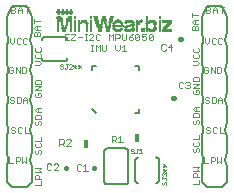
<source format=gto>
G75*
%MOIN*%
%OFA0B0*%
%FSLAX24Y24*%
%IPPOS*%
%LPD*%
%AMOC8*
5,1,8,0,0,1.08239X$1,22.5*
%
%ADD10C,0.0040*%
%ADD11C,0.0080*%
%ADD12C,0.0160*%
%ADD13C,0.0020*%
%ADD14R,0.0160X0.0280*%
%ADD15C,0.0060*%
%ADD16C,0.0010*%
%ADD17R,0.0042X0.0007*%
%ADD18R,0.0035X0.0007*%
%ADD19R,0.0028X0.0007*%
%ADD20R,0.0099X0.0007*%
%ADD21R,0.0106X0.0007*%
%ADD22R,0.0092X0.0007*%
%ADD23R,0.0120X0.0007*%
%ADD24R,0.0113X0.0007*%
%ADD25R,0.0085X0.0007*%
%ADD26R,0.0333X0.0007*%
%ADD27R,0.0099X0.0007*%
%ADD28R,0.0106X0.0007*%
%ADD29R,0.0092X0.0007*%
%ADD30R,0.0163X0.0007*%
%ADD31R,0.0149X0.0007*%
%ADD32R,0.0092X0.0007*%
%ADD33R,0.0127X0.0007*%
%ADD34R,0.0333X0.0007*%
%ADD35R,0.0099X0.0007*%
%ADD36R,0.0106X0.0007*%
%ADD37R,0.0092X0.0007*%
%ADD38R,0.0113X0.0007*%
%ADD39R,0.0191X0.0007*%
%ADD40R,0.0177X0.0007*%
%ADD41R,0.0092X0.0007*%
%ADD42R,0.0149X0.0007*%
%ADD43R,0.0333X0.0007*%
%ADD44R,0.0120X0.0007*%
%ADD45R,0.0212X0.0007*%
%ADD46R,0.0191X0.0007*%
%ADD47R,0.0092X0.0007*%
%ADD48R,0.0177X0.0007*%
%ADD49R,0.0120X0.0007*%
%ADD50R,0.0234X0.0007*%
%ADD51R,0.0205X0.0007*%
%ADD52R,0.0099X0.0007*%
%ADD53R,0.0120X0.0007*%
%ADD54R,0.0092X0.0007*%
%ADD55R,0.0113X0.0007*%
%ADD56R,0.0120X0.0007*%
%ADD57R,0.0255X0.0007*%
%ADD58R,0.0220X0.0007*%
%ADD59R,0.0092X0.0007*%
%ADD60R,0.0106X0.0007*%
%ADD61R,0.0198X0.0007*%
%ADD62R,0.0333X0.0007*%
%ADD63R,0.0135X0.0007*%
%ADD64R,0.0127X0.0007*%
%ADD65R,0.0269X0.0007*%
%ADD66R,0.0326X0.0007*%
%ADD67R,0.0212X0.0007*%
%ADD68R,0.0135X0.0007*%
%ADD69R,0.0127X0.0007*%
%ADD70R,0.0127X0.0007*%
%ADD71R,0.0283X0.0007*%
%ADD72R,0.0333X0.0007*%
%ADD73R,0.0227X0.0007*%
%ADD74R,0.0135X0.0007*%
%ADD75R,0.0127X0.0007*%
%ADD76R,0.0290X0.0007*%
%ADD77R,0.0333X0.0007*%
%ADD78R,0.0135X0.0007*%
%ADD79R,0.0297X0.0007*%
%ADD80R,0.0340X0.0007*%
%ADD81R,0.0149X0.0007*%
%ADD82R,0.0135X0.0007*%
%ADD83R,0.0142X0.0007*%
%ADD84R,0.0312X0.0007*%
%ADD85R,0.0156X0.0007*%
%ADD86R,0.0340X0.0007*%
%ADD87R,0.0142X0.0007*%
%ADD88R,0.0120X0.0007*%
%ADD89R,0.0142X0.0007*%
%ADD90R,0.0326X0.0007*%
%ADD91R,0.0149X0.0007*%
%ADD92R,0.0142X0.0007*%
%ADD93R,0.0106X0.0007*%
%ADD94R,0.0127X0.0007*%
%ADD95R,0.0135X0.0007*%
%ADD96R,0.0113X0.0007*%
%ADD97R,0.0163X0.0007*%
%ADD98R,0.0163X0.0007*%
%ADD99R,0.0156X0.0007*%
%ADD100R,0.0113X0.0007*%
%ADD101R,0.0120X0.0007*%
%ADD102R,0.0163X0.0007*%
%ADD103R,0.0163X0.0007*%
%ADD104R,0.0085X0.0007*%
%ADD105R,0.0170X0.0007*%
%ADD106R,0.0177X0.0007*%
%ADD107R,0.0085X0.0007*%
%ADD108R,0.0078X0.0007*%
%ADD109R,0.0177X0.0007*%
%ADD110R,0.0106X0.0007*%
%ADD111R,0.0113X0.0007*%
%ADD112R,0.0085X0.0007*%
%ADD113R,0.0177X0.0007*%
%ADD114R,0.0085X0.0007*%
%ADD115R,0.0177X0.0007*%
%ADD116R,0.0177X0.0007*%
%ADD117R,0.0099X0.0007*%
%ADD118R,0.0184X0.0007*%
%ADD119R,0.0099X0.0007*%
%ADD120R,0.0368X0.0007*%
%ADD121R,0.0191X0.0007*%
%ADD122R,0.0368X0.0007*%
%ADD123R,0.0163X0.0007*%
%ADD124R,0.0184X0.0007*%
%ADD125R,0.0368X0.0007*%
%ADD126R,0.0290X0.0007*%
%ADD127R,0.0113X0.0007*%
%ADD128R,0.0085X0.0007*%
%ADD129R,0.0368X0.0007*%
%ADD130R,0.0276X0.0007*%
%ADD131R,0.0361X0.0007*%
%ADD132R,0.0255X0.0007*%
%ADD133R,0.0085X0.0007*%
%ADD134R,0.0361X0.0007*%
%ADD135R,0.0220X0.0007*%
%ADD136R,0.0361X0.0007*%
%ADD137R,0.0099X0.0007*%
%ADD138R,0.0106X0.0007*%
%ADD139R,0.0106X0.0007*%
%ADD140R,0.0120X0.0007*%
%ADD141R,0.0219X0.0007*%
%ADD142R,0.0142X0.0007*%
%ADD143R,0.0219X0.0007*%
%ADD144R,0.0312X0.0007*%
%ADD145R,0.0219X0.0007*%
%ADD146R,0.0347X0.0007*%
%ADD147R,0.0312X0.0007*%
%ADD148R,0.0304X0.0007*%
%ADD149R,0.0340X0.0007*%
%ADD150R,0.0312X0.0007*%
%ADD151R,0.0234X0.0007*%
%ADD152R,0.0297X0.0007*%
%ADD153R,0.0219X0.0007*%
%ADD154R,0.0312X0.0007*%
%ADD155R,0.0227X0.0007*%
%ADD156R,0.0283X0.0007*%
%ADD157R,0.0290X0.0007*%
%ADD158R,0.0269X0.0007*%
%ADD159R,0.0205X0.0007*%
%ADD160R,0.0184X0.0007*%
%ADD161R,0.0255X0.0007*%
%ADD162R,0.0198X0.0007*%
%ADD163R,0.0191X0.0007*%
%ADD164R,0.0184X0.0007*%
%ADD165R,0.0241X0.0007*%
%ADD166R,0.0255X0.0007*%
%ADD167R,0.0191X0.0007*%
%ADD168R,0.0198X0.0007*%
%ADD169R,0.0184X0.0007*%
%ADD170R,0.0234X0.0007*%
%ADD171R,0.0212X0.0007*%
%ADD172R,0.0184X0.0007*%
%ADD173R,0.0170X0.0007*%
%ADD174R,0.0170X0.0007*%
%ADD175R,0.0156X0.0007*%
%ADD176R,0.0035X0.0007*%
%ADD177R,0.0170X0.0007*%
%ADD178R,0.0042X0.0007*%
%ADD179R,0.0064X0.0007*%
%ADD180R,0.0028X0.0007*%
%ADD181R,0.0035X0.0007*%
%ADD182R,0.0156X0.0007*%
%ADD183R,0.0177X0.0007*%
%ADD184R,0.0170X0.0007*%
%ADD185R,0.0028X0.0007*%
%ADD186R,0.0028X0.0007*%
%ADD187R,0.0057X0.0007*%
%ADD188R,0.0057X0.0007*%
%ADD189R,0.0042X0.0007*%
%ADD190R,0.0043X0.0007*%
%ADD191R,0.0050X0.0007*%
%ADD192R,0.0050X0.0007*%
%ADD193R,0.0043X0.0007*%
%ADD194R,0.0043X0.0007*%
%ADD195R,0.0035X0.0007*%
%ADD196R,0.0035X0.0007*%
%ADD197R,0.0078X0.0007*%
%ADD198R,0.0064X0.0007*%
D10*
X001150Y001431D02*
X001283Y001431D01*
X001371Y001431D02*
X001371Y001632D01*
X001471Y001632D01*
X001504Y001598D01*
X001504Y001532D01*
X001471Y001498D01*
X001371Y001498D01*
X001150Y001431D02*
X001150Y001632D01*
X001592Y001632D02*
X001592Y001431D01*
X001659Y001498D01*
X001725Y001431D01*
X001725Y001632D01*
X002004Y001764D02*
X002004Y001831D01*
X002038Y001864D01*
X002104Y001831D02*
X002138Y001864D01*
X002171Y001864D01*
X002204Y001831D01*
X002204Y001764D01*
X002171Y001731D01*
X002104Y001764D02*
X002104Y001831D01*
X002104Y001764D02*
X002071Y001731D01*
X002038Y001731D01*
X002004Y001764D01*
X002038Y001952D02*
X002171Y001952D01*
X002204Y001985D01*
X002204Y002052D01*
X002171Y002085D01*
X002204Y002173D02*
X002204Y002306D01*
X002204Y002173D02*
X002004Y002173D01*
X002038Y002085D02*
X002004Y002052D01*
X002004Y001985D01*
X002038Y001952D01*
X001804Y002416D02*
X001671Y002416D01*
X001671Y002616D01*
X001583Y002582D02*
X001550Y002616D01*
X001483Y002616D01*
X001450Y002582D01*
X001450Y002449D01*
X001483Y002416D01*
X001550Y002416D01*
X001583Y002449D01*
X001362Y002449D02*
X001329Y002416D01*
X001262Y002416D01*
X001229Y002449D01*
X001262Y002516D02*
X001329Y002516D01*
X001362Y002482D01*
X001362Y002449D01*
X001262Y002516D02*
X001229Y002549D01*
X001229Y002582D01*
X001262Y002616D01*
X001329Y002616D01*
X001362Y002582D01*
X002012Y002725D02*
X002045Y002691D01*
X002079Y002691D01*
X002112Y002725D01*
X002112Y002791D01*
X002146Y002825D01*
X002179Y002825D01*
X002212Y002791D01*
X002212Y002725D01*
X002179Y002691D01*
X002012Y002725D02*
X002012Y002791D01*
X002045Y002825D01*
X002012Y002912D02*
X002012Y003012D01*
X002045Y003046D01*
X002179Y003046D01*
X002212Y003012D01*
X002212Y002912D01*
X002012Y002912D01*
X002079Y003133D02*
X002012Y003200D01*
X002079Y003267D01*
X002212Y003267D01*
X002112Y003267D02*
X002112Y003133D01*
X002079Y003133D02*
X002212Y003133D01*
X001765Y003439D02*
X001765Y003573D01*
X001698Y003639D01*
X001631Y003573D01*
X001631Y003439D01*
X001631Y003539D02*
X001765Y003539D01*
X001544Y003473D02*
X001544Y003606D01*
X001510Y003639D01*
X001410Y003639D01*
X001410Y003439D01*
X001510Y003439D01*
X001544Y003473D01*
X001323Y003473D02*
X001289Y003439D01*
X001223Y003439D01*
X001189Y003473D01*
X001223Y003539D02*
X001289Y003539D01*
X001323Y003506D01*
X001323Y003473D01*
X001223Y003539D02*
X001189Y003573D01*
X001189Y003606D01*
X001223Y003639D01*
X001289Y003639D01*
X001323Y003606D01*
X002012Y003670D02*
X002045Y003636D01*
X002179Y003636D01*
X002212Y003670D01*
X002212Y003736D01*
X002179Y003770D01*
X002112Y003770D01*
X002112Y003703D01*
X002112Y003770D01*
X002179Y003770D01*
X002212Y003736D01*
X002212Y003670D01*
X002179Y003636D01*
X002045Y003636D01*
X002012Y003670D01*
X002012Y003736D01*
X002045Y003770D01*
X002012Y003736D01*
X002012Y003670D01*
X002012Y003857D02*
X002212Y003991D01*
X002012Y003991D01*
X002212Y003991D01*
X002012Y003857D01*
X002212Y003857D01*
X002012Y003857D01*
X002012Y004078D02*
X002012Y004178D01*
X002045Y004212D01*
X002179Y004212D01*
X002212Y004178D01*
X002212Y004078D01*
X002012Y004078D01*
X002012Y004178D01*
X002045Y004212D01*
X002179Y004212D01*
X002212Y004178D01*
X002212Y004078D01*
X002012Y004078D01*
X001692Y004424D02*
X001592Y004424D01*
X001592Y004624D01*
X001692Y004624D01*
X001725Y004590D01*
X001725Y004457D01*
X001692Y004424D01*
X001504Y004424D02*
X001504Y004624D01*
X001371Y004624D02*
X001504Y004424D01*
X001371Y004424D02*
X001371Y004624D01*
X001283Y004590D02*
X001250Y004624D01*
X001183Y004624D01*
X001150Y004590D01*
X001150Y004457D01*
X001183Y004424D01*
X001250Y004424D01*
X001283Y004457D01*
X001283Y004524D01*
X001217Y004524D01*
X002016Y004705D02*
X002149Y004705D01*
X002216Y004772D01*
X002149Y004839D01*
X002016Y004839D01*
X002049Y004926D02*
X002183Y004926D01*
X002216Y004960D01*
X002216Y005027D01*
X002183Y005060D01*
X002183Y005147D02*
X002049Y005147D01*
X002016Y005181D01*
X002016Y005248D01*
X002049Y005281D01*
X002183Y005281D02*
X002216Y005248D01*
X002216Y005181D01*
X002183Y005147D01*
X002049Y005060D02*
X002016Y005027D01*
X002016Y004960D01*
X002049Y004926D01*
X001731Y005408D02*
X001665Y005408D01*
X001631Y005441D01*
X001631Y005575D01*
X001665Y005608D01*
X001731Y005608D01*
X001765Y005575D01*
X001765Y005441D02*
X001731Y005408D01*
X001544Y005441D02*
X001510Y005408D01*
X001444Y005408D01*
X001410Y005441D01*
X001410Y005575D01*
X001444Y005608D01*
X001510Y005608D01*
X001544Y005575D01*
X001323Y005608D02*
X001323Y005475D01*
X001256Y005408D01*
X001189Y005475D01*
X001189Y005608D01*
X002000Y005652D02*
X002000Y005752D01*
X002034Y005786D01*
X002067Y005786D01*
X002100Y005752D01*
X002100Y005652D01*
X002200Y005652D02*
X002000Y005652D01*
X002100Y005752D02*
X002134Y005786D01*
X002167Y005786D01*
X002200Y005752D01*
X002200Y005652D01*
X002200Y005873D02*
X002067Y005873D01*
X002000Y005940D01*
X002067Y006007D01*
X002200Y006007D01*
X002100Y006007D02*
X002100Y005873D01*
X002000Y006094D02*
X002000Y006228D01*
X002000Y006161D02*
X002200Y006161D01*
X001737Y006431D02*
X001737Y006632D01*
X001671Y006632D02*
X001804Y006632D01*
X001583Y006565D02*
X001583Y006431D01*
X001583Y006532D02*
X001450Y006532D01*
X001450Y006565D02*
X001516Y006632D01*
X001583Y006565D01*
X001450Y006565D02*
X001450Y006431D01*
X001362Y006465D02*
X001329Y006431D01*
X001229Y006431D01*
X001229Y006632D01*
X001329Y006632D01*
X001362Y006598D01*
X001362Y006565D01*
X001329Y006532D01*
X001229Y006532D01*
X001329Y006532D02*
X001362Y006498D01*
X001362Y006465D01*
X003009Y005740D02*
X003009Y005539D01*
X003143Y005539D01*
X003230Y005539D02*
X003230Y005573D01*
X003364Y005706D01*
X003364Y005740D01*
X003230Y005740D01*
X003143Y005740D02*
X003009Y005740D01*
X003009Y005640D02*
X003076Y005640D01*
X003230Y005539D02*
X003364Y005539D01*
X003451Y005640D02*
X003585Y005640D01*
X003672Y005740D02*
X003739Y005740D01*
X003705Y005740D02*
X003705Y005539D01*
X003672Y005539D02*
X003739Y005539D01*
X003819Y005539D02*
X003953Y005673D01*
X003953Y005706D01*
X003919Y005740D01*
X003853Y005740D01*
X003819Y005706D01*
X003819Y005539D02*
X003953Y005539D01*
X004040Y005573D02*
X004074Y005539D01*
X004140Y005539D01*
X004174Y005573D01*
X004040Y005573D02*
X004040Y005706D01*
X004074Y005740D01*
X004140Y005740D01*
X004174Y005706D01*
X004482Y005740D02*
X004482Y005539D01*
X004616Y005539D02*
X004616Y005740D01*
X004549Y005673D01*
X004482Y005740D01*
X004703Y005740D02*
X004803Y005740D01*
X004837Y005706D01*
X004837Y005640D01*
X004803Y005606D01*
X004703Y005606D01*
X004703Y005539D02*
X004703Y005740D01*
X004924Y005740D02*
X004924Y005573D01*
X004958Y005539D01*
X005024Y005539D01*
X005058Y005573D01*
X005058Y005740D01*
X005145Y005640D02*
X005245Y005640D01*
X005279Y005606D01*
X005279Y005573D01*
X005245Y005539D01*
X005179Y005539D01*
X005145Y005573D01*
X005145Y005640D01*
X005212Y005706D01*
X005279Y005740D01*
X005366Y005706D02*
X005400Y005740D01*
X005466Y005740D01*
X005500Y005706D01*
X005366Y005573D01*
X005400Y005539D01*
X005466Y005539D01*
X005500Y005573D01*
X005500Y005706D01*
X005587Y005740D02*
X005587Y005640D01*
X005654Y005673D01*
X005687Y005673D01*
X005721Y005640D01*
X005721Y005573D01*
X005687Y005539D01*
X005621Y005539D01*
X005587Y005573D01*
X005587Y005740D02*
X005721Y005740D01*
X005808Y005706D02*
X005842Y005740D01*
X005908Y005740D01*
X005942Y005706D01*
X005808Y005573D01*
X005842Y005539D01*
X005908Y005539D01*
X005942Y005573D01*
X005942Y005706D01*
X005808Y005706D02*
X005808Y005573D01*
X005366Y005573D02*
X005366Y005706D01*
X004991Y005380D02*
X004991Y005179D01*
X004924Y005179D02*
X005058Y005179D01*
X004924Y005313D02*
X004991Y005380D01*
X004837Y005380D02*
X004837Y005246D01*
X004770Y005179D01*
X004703Y005246D01*
X004703Y005380D01*
X004395Y005380D02*
X004395Y005213D01*
X004361Y005179D01*
X004295Y005179D01*
X004261Y005213D01*
X004261Y005380D01*
X004174Y005380D02*
X004174Y005179D01*
X004040Y005179D02*
X004040Y005380D01*
X004107Y005313D01*
X004174Y005380D01*
X003960Y005380D02*
X003893Y005380D01*
X003926Y005380D02*
X003926Y005179D01*
X003893Y005179D02*
X003960Y005179D01*
X007288Y005178D02*
X007321Y005145D01*
X007455Y005145D01*
X007488Y005178D01*
X007488Y005245D01*
X007455Y005278D01*
X007321Y005278D02*
X007288Y005245D01*
X007288Y005178D01*
X007321Y005058D02*
X007288Y005024D01*
X007288Y004957D01*
X007321Y004924D01*
X007455Y004924D01*
X007488Y004957D01*
X007488Y005024D01*
X007455Y005058D01*
X007421Y004837D02*
X007288Y004837D01*
X007421Y004837D02*
X007488Y004770D01*
X007421Y004703D01*
X007288Y004703D01*
X007650Y004590D02*
X007650Y004457D01*
X007683Y004424D01*
X007750Y004424D01*
X007783Y004457D01*
X007783Y004524D01*
X007717Y004524D01*
X007783Y004590D02*
X007750Y004624D01*
X007683Y004624D01*
X007650Y004590D01*
X007871Y004624D02*
X007871Y004424D01*
X008004Y004424D02*
X008004Y004624D01*
X008092Y004624D02*
X008192Y004624D01*
X008225Y004590D01*
X008225Y004457D01*
X008192Y004424D01*
X008092Y004424D01*
X008092Y004624D01*
X008004Y004424D02*
X007871Y004624D01*
X007488Y004261D02*
X007455Y004294D01*
X007321Y004294D01*
X007288Y004261D01*
X007288Y004161D01*
X007488Y004161D01*
X007488Y004261D01*
X007488Y004073D02*
X007288Y004073D01*
X007288Y003940D02*
X007488Y004073D01*
X007488Y003940D02*
X007288Y003940D01*
X007321Y003852D02*
X007288Y003819D01*
X007288Y003752D01*
X007321Y003719D01*
X007455Y003719D01*
X007488Y003752D01*
X007488Y003819D01*
X007455Y003852D01*
X007388Y003852D01*
X007388Y003786D01*
X007689Y003606D02*
X007689Y003573D01*
X007723Y003539D01*
X007789Y003539D01*
X007823Y003506D01*
X007823Y003473D01*
X007789Y003439D01*
X007723Y003439D01*
X007689Y003473D01*
X007689Y003606D02*
X007723Y003639D01*
X007789Y003639D01*
X007823Y003606D01*
X007910Y003639D02*
X008010Y003639D01*
X008044Y003606D01*
X008044Y003473D01*
X008010Y003439D01*
X007910Y003439D01*
X007910Y003639D01*
X008131Y003573D02*
X008198Y003639D01*
X008265Y003573D01*
X008265Y003439D01*
X008265Y003539D02*
X008131Y003539D01*
X008131Y003573D02*
X008131Y003439D01*
X007488Y003310D02*
X007354Y003310D01*
X007288Y003243D01*
X007354Y003177D01*
X007488Y003177D01*
X007455Y003089D02*
X007321Y003089D01*
X007288Y003056D01*
X007288Y002956D01*
X007488Y002956D01*
X007488Y003056D01*
X007455Y003089D01*
X007388Y003177D02*
X007388Y003310D01*
X007421Y002868D02*
X007455Y002868D01*
X007488Y002835D01*
X007488Y002768D01*
X007455Y002735D01*
X007388Y002768D02*
X007388Y002835D01*
X007421Y002868D01*
X007321Y002868D02*
X007288Y002835D01*
X007288Y002768D01*
X007321Y002735D01*
X007354Y002735D01*
X007388Y002768D01*
X007729Y002582D02*
X007729Y002549D01*
X007762Y002516D01*
X007829Y002516D01*
X007862Y002482D01*
X007862Y002449D01*
X007829Y002416D01*
X007762Y002416D01*
X007729Y002449D01*
X007729Y002582D02*
X007762Y002616D01*
X007829Y002616D01*
X007862Y002582D01*
X007950Y002582D02*
X007950Y002449D01*
X007983Y002416D01*
X008050Y002416D01*
X008083Y002449D01*
X008171Y002416D02*
X008304Y002416D01*
X008171Y002416D02*
X008171Y002616D01*
X008083Y002582D02*
X008050Y002616D01*
X007983Y002616D01*
X007950Y002582D01*
X007488Y002365D02*
X007488Y002232D01*
X007288Y002232D01*
X007321Y002144D02*
X007288Y002111D01*
X007288Y002044D01*
X007321Y002011D01*
X007455Y002011D01*
X007488Y002044D01*
X007488Y002111D01*
X007455Y002144D01*
X007455Y001923D02*
X007488Y001890D01*
X007488Y001823D01*
X007455Y001790D01*
X007388Y001823D02*
X007388Y001890D01*
X007421Y001923D01*
X007455Y001923D01*
X007321Y001923D02*
X007288Y001890D01*
X007288Y001823D01*
X007321Y001790D01*
X007354Y001790D01*
X007388Y001823D01*
X007650Y001632D02*
X007650Y001431D01*
X007783Y001431D01*
X007871Y001431D02*
X007871Y001632D01*
X007971Y001632D01*
X008004Y001598D01*
X008004Y001532D01*
X007971Y001498D01*
X007871Y001498D01*
X008092Y001431D02*
X008159Y001498D01*
X008225Y001431D01*
X008225Y001632D01*
X008092Y001632D02*
X008092Y001431D01*
X007488Y001302D02*
X007288Y001302D01*
X007288Y001169D02*
X007488Y001169D01*
X007421Y001235D01*
X007488Y001302D01*
X007388Y001081D02*
X007321Y001081D01*
X007288Y001048D01*
X007288Y000948D01*
X007488Y000948D01*
X007421Y000948D02*
X007421Y001048D01*
X007388Y001081D01*
X007488Y000860D02*
X007488Y000727D01*
X007288Y000727D01*
X002212Y000683D02*
X002212Y000817D01*
X002212Y000904D02*
X002012Y000904D01*
X002012Y001004D01*
X002045Y001038D01*
X002112Y001038D01*
X002146Y001004D01*
X002146Y000904D01*
X002212Y001125D02*
X002012Y001125D01*
X002012Y001259D02*
X002212Y001259D01*
X002146Y001192D01*
X002212Y001125D01*
X002212Y000683D02*
X002012Y000683D01*
X007689Y005475D02*
X007756Y005408D01*
X007823Y005475D01*
X007823Y005608D01*
X007910Y005575D02*
X007910Y005441D01*
X007944Y005408D01*
X008010Y005408D01*
X008044Y005441D01*
X008131Y005441D02*
X008165Y005408D01*
X008231Y005408D01*
X008265Y005441D01*
X008265Y005575D02*
X008231Y005608D01*
X008165Y005608D01*
X008131Y005575D01*
X008131Y005441D01*
X008044Y005575D02*
X008010Y005608D01*
X007944Y005608D01*
X007910Y005575D01*
X007689Y005608D02*
X007689Y005475D01*
X007464Y005853D02*
X007264Y005853D01*
X007264Y005953D01*
X007297Y005986D01*
X007331Y005986D01*
X007364Y005953D01*
X007364Y005853D01*
X007364Y005953D02*
X007398Y005986D01*
X007431Y005986D01*
X007464Y005953D01*
X007464Y005853D01*
X007464Y006074D02*
X007331Y006074D01*
X007264Y006140D01*
X007331Y006207D01*
X007464Y006207D01*
X007364Y006207D02*
X007364Y006074D01*
X007264Y006295D02*
X007264Y006428D01*
X007264Y006361D02*
X007464Y006361D01*
X007729Y006431D02*
X007829Y006431D01*
X007862Y006465D01*
X007862Y006498D01*
X007829Y006532D01*
X007729Y006532D01*
X007729Y006632D02*
X007829Y006632D01*
X007862Y006598D01*
X007862Y006565D01*
X007829Y006532D01*
X007950Y006532D02*
X008083Y006532D01*
X008083Y006565D02*
X008083Y006431D01*
X007950Y006431D02*
X007950Y006565D01*
X008016Y006632D01*
X008083Y006565D01*
X008171Y006632D02*
X008304Y006632D01*
X008237Y006632D02*
X008237Y006431D01*
X007729Y006431D02*
X007729Y006632D01*
D11*
X001250Y000624D02*
X001079Y000795D01*
X001079Y001295D01*
X001132Y001545D01*
X001079Y001795D01*
X001079Y002295D01*
X001132Y002545D01*
X001079Y002795D01*
X001079Y003295D01*
X001132Y003545D01*
X001079Y003795D01*
X001079Y004295D01*
X001132Y004545D01*
X001079Y004795D01*
X001079Y005295D01*
X001132Y005545D01*
X001079Y005795D01*
X001079Y006295D01*
X001250Y006663D01*
X001750Y006663D01*
X001921Y006295D01*
X001921Y005795D01*
X001868Y005545D01*
X001921Y005295D01*
X001921Y004795D01*
X001868Y004545D01*
X001921Y004295D01*
X001921Y003795D01*
X001868Y003545D01*
X001921Y003295D01*
X001921Y002795D01*
X001868Y002545D01*
X001921Y002295D01*
X001921Y001795D01*
X001868Y001545D01*
X001921Y001295D01*
X001921Y000795D01*
X001750Y000624D01*
X001250Y000624D01*
X003904Y003230D02*
X004042Y003092D01*
X005341Y003092D02*
X005479Y003092D01*
X005479Y003230D01*
X005479Y004529D02*
X005479Y004667D01*
X005341Y004667D01*
X004042Y004667D02*
X003904Y004667D01*
X003904Y004529D01*
X002994Y004832D02*
X002344Y004832D01*
X002327Y004834D01*
X002310Y004838D01*
X002294Y004845D01*
X002280Y004855D01*
X002267Y004868D01*
X002257Y004882D01*
X002250Y004898D01*
X002246Y004915D01*
X002244Y004932D01*
X002994Y004832D02*
X003011Y004834D01*
X003028Y004838D01*
X003044Y004845D01*
X003058Y004855D01*
X003071Y004868D01*
X003081Y004882D01*
X003088Y004898D01*
X003092Y004915D01*
X003094Y004932D01*
X003094Y005532D02*
X003092Y005549D01*
X003088Y005566D01*
X003081Y005582D01*
X003071Y005596D01*
X003058Y005609D01*
X003044Y005619D01*
X003028Y005626D01*
X003011Y005630D01*
X002994Y005632D01*
X002344Y005632D01*
X002327Y005630D01*
X002310Y005626D01*
X002294Y005619D01*
X002280Y005609D01*
X002267Y005596D01*
X002257Y005582D01*
X002250Y005566D01*
X002246Y005549D01*
X002244Y005532D01*
X005357Y001519D02*
X005357Y000869D01*
X005359Y000852D01*
X005363Y000835D01*
X005370Y000819D01*
X005380Y000805D01*
X005393Y000792D01*
X005407Y000782D01*
X005423Y000775D01*
X005440Y000771D01*
X005457Y000769D01*
X006057Y000769D02*
X006074Y000771D01*
X006091Y000775D01*
X006107Y000782D01*
X006121Y000792D01*
X006134Y000805D01*
X006144Y000819D01*
X006151Y000835D01*
X006155Y000852D01*
X006157Y000869D01*
X006157Y001519D01*
X006155Y001536D01*
X006151Y001553D01*
X006144Y001569D01*
X006134Y001583D01*
X006121Y001596D01*
X006107Y001606D01*
X006091Y001613D01*
X006074Y001617D01*
X006057Y001619D01*
X005457Y001619D02*
X005440Y001617D01*
X005423Y001613D01*
X005407Y001606D01*
X005393Y001596D01*
X005380Y001583D01*
X005370Y001569D01*
X005363Y001553D01*
X005359Y001536D01*
X005357Y001519D01*
X007579Y001295D02*
X007579Y000795D01*
X007750Y000624D01*
X008250Y000624D01*
X008421Y000795D01*
X008421Y001295D01*
X008368Y001545D01*
X008421Y001795D01*
X008421Y002295D01*
X008368Y002545D01*
X008421Y002795D01*
X008421Y003295D01*
X008368Y003545D01*
X008421Y003795D01*
X008421Y004295D01*
X008368Y004545D01*
X008421Y004795D01*
X008421Y005295D01*
X008368Y005545D01*
X008421Y005795D01*
X008421Y006295D01*
X008250Y006663D01*
X007750Y006663D01*
X007579Y006295D01*
X007579Y005795D01*
X007632Y005545D01*
X007579Y005295D01*
X007579Y004795D01*
X007632Y004545D01*
X007579Y004295D01*
X007579Y003795D01*
X007632Y003545D01*
X007579Y003295D01*
X007579Y002795D01*
X007632Y002545D01*
X007579Y002295D01*
X007579Y001795D01*
X007632Y001545D01*
X007579Y001295D01*
D12*
X006641Y003585D02*
X006617Y003585D01*
X006854Y005561D02*
X006878Y005561D01*
X003994Y001270D02*
X003970Y001270D01*
X003062Y001269D02*
X003038Y001269D01*
D13*
X002785Y001341D02*
X002785Y001378D01*
X002748Y001415D01*
X002675Y001415D01*
X002638Y001378D01*
X002564Y001378D02*
X002527Y001415D01*
X002454Y001415D01*
X002417Y001378D01*
X002417Y001231D01*
X002454Y001194D01*
X002527Y001194D01*
X002564Y001231D01*
X002638Y001194D02*
X002785Y001341D01*
X002785Y001194D02*
X002638Y001194D01*
X003406Y001208D02*
X003443Y001172D01*
X003516Y001172D01*
X003553Y001208D01*
X003627Y001172D02*
X003774Y001172D01*
X003700Y001172D02*
X003700Y001392D01*
X003627Y001318D01*
X003553Y001355D02*
X003516Y001392D01*
X003443Y001392D01*
X003406Y001355D01*
X003406Y001208D01*
X003204Y002007D02*
X003057Y002007D01*
X003204Y002154D01*
X003204Y002191D01*
X003167Y002227D01*
X003094Y002227D01*
X003057Y002191D01*
X002983Y002191D02*
X002983Y002117D01*
X002946Y002080D01*
X002836Y002080D01*
X002836Y002007D02*
X002836Y002227D01*
X002946Y002227D01*
X002983Y002191D01*
X002910Y002080D02*
X002983Y002007D01*
X004570Y002118D02*
X004570Y002338D01*
X004680Y002338D01*
X004717Y002301D01*
X004717Y002228D01*
X004680Y002191D01*
X004570Y002191D01*
X004644Y002191D02*
X004717Y002118D01*
X004791Y002118D02*
X004938Y002118D01*
X004865Y002118D02*
X004865Y002338D01*
X004791Y002264D01*
X006807Y003951D02*
X006844Y003915D01*
X006917Y003915D01*
X006954Y003951D01*
X007028Y003951D02*
X007065Y003915D01*
X007138Y003915D01*
X007175Y003951D01*
X007175Y003988D01*
X007138Y004025D01*
X007102Y004025D01*
X007138Y004025D02*
X007175Y004061D01*
X007175Y004098D01*
X007138Y004135D01*
X007065Y004135D01*
X007028Y004098D01*
X006954Y004098D02*
X006917Y004135D01*
X006844Y004135D01*
X006807Y004098D01*
X006807Y003951D01*
X006564Y005179D02*
X006564Y005399D01*
X006454Y005289D01*
X006601Y005289D01*
X006380Y005216D02*
X006343Y005179D01*
X006270Y005179D01*
X006233Y005216D01*
X006233Y005363D01*
X006270Y005399D01*
X006343Y005399D01*
X006380Y005363D01*
D14*
X005406Y002274D03*
X003728Y002078D03*
D15*
X004327Y001820D02*
X004327Y000820D01*
X004329Y000803D01*
X004333Y000786D01*
X004340Y000770D01*
X004350Y000756D01*
X004363Y000743D01*
X004377Y000733D01*
X004393Y000726D01*
X004410Y000722D01*
X004427Y000720D01*
X005027Y000720D01*
X005044Y000722D01*
X005061Y000726D01*
X005077Y000733D01*
X005091Y000743D01*
X005104Y000756D01*
X005114Y000770D01*
X005121Y000786D01*
X005125Y000803D01*
X005127Y000820D01*
X005127Y001820D01*
X005125Y001837D01*
X005121Y001854D01*
X005114Y001870D01*
X005104Y001884D01*
X005091Y001897D01*
X005077Y001907D01*
X005061Y001914D01*
X005044Y001918D01*
X005027Y001920D01*
X004427Y001920D01*
X004410Y001918D01*
X004393Y001914D01*
X004377Y001907D01*
X004363Y001897D01*
X004350Y001884D01*
X004340Y001870D01*
X004333Y001854D01*
X004329Y001837D01*
X004327Y001820D01*
D16*
X005208Y001850D02*
X005233Y001825D01*
X005283Y001825D01*
X005308Y001800D01*
X005308Y001775D01*
X005283Y001749D01*
X005233Y001749D01*
X005208Y001775D01*
X005208Y001850D02*
X005208Y001875D01*
X005233Y001900D01*
X005283Y001900D01*
X005308Y001875D01*
X005406Y001900D02*
X005456Y001900D01*
X005431Y001900D02*
X005431Y001775D01*
X005406Y001749D01*
X005380Y001749D01*
X005355Y001775D01*
X005503Y001749D02*
X005603Y001749D01*
X005553Y001749D02*
X005553Y001900D01*
X005503Y001850D01*
X006272Y001394D02*
X006372Y001294D01*
X006372Y001246D02*
X006272Y001146D01*
X006272Y001099D02*
X006297Y001099D01*
X006322Y001074D01*
X006347Y001099D01*
X006372Y001099D01*
X006397Y001074D01*
X006397Y001024D01*
X006372Y000999D01*
X006322Y001049D02*
X006322Y001074D01*
X006272Y001099D02*
X006247Y001074D01*
X006247Y001024D01*
X006272Y000999D01*
X006247Y000952D02*
X006247Y000902D01*
X006247Y000927D02*
X006372Y000927D01*
X006397Y000902D01*
X006397Y000877D01*
X006372Y000852D01*
X006372Y000804D02*
X006347Y000804D01*
X006322Y000779D01*
X006322Y000729D01*
X006297Y000704D01*
X006272Y000704D01*
X006247Y000729D01*
X006247Y000779D01*
X006272Y000804D01*
X006372Y000804D02*
X006397Y000779D01*
X006397Y000729D01*
X006372Y000704D01*
X006372Y001146D02*
X006272Y001246D01*
X006272Y001294D02*
X006372Y001394D01*
X006372Y001344D02*
X006272Y001344D01*
X006322Y001294D02*
X006322Y001394D01*
X006322Y001246D02*
X006322Y001146D01*
X006372Y001196D02*
X006272Y001196D01*
X003254Y004574D02*
X003154Y004574D01*
X003254Y004674D01*
X003254Y004699D01*
X003229Y004724D01*
X003179Y004724D01*
X003154Y004699D01*
X003107Y004724D02*
X003057Y004724D01*
X003082Y004724D02*
X003082Y004599D01*
X003057Y004574D01*
X003032Y004574D01*
X003007Y004599D01*
X002960Y004599D02*
X002935Y004574D01*
X002885Y004574D01*
X002860Y004599D01*
X002885Y004649D02*
X002935Y004649D01*
X002960Y004624D01*
X002960Y004599D01*
X002885Y004649D02*
X002860Y004674D01*
X002860Y004699D01*
X002885Y004724D01*
X002935Y004724D01*
X002960Y004699D01*
X003302Y004699D02*
X003402Y004599D01*
X003449Y004599D02*
X003549Y004699D01*
X003549Y004649D02*
X003449Y004649D01*
X003402Y004649D02*
X003302Y004649D01*
X003302Y004599D02*
X003402Y004699D01*
X003449Y004699D02*
X003549Y004599D01*
X003499Y004599D02*
X003499Y004699D01*
X003352Y004699D02*
X003352Y004599D01*
D17*
X004790Y005781D03*
X003253Y006432D03*
X003239Y006475D03*
X003168Y006432D03*
X003168Y006425D03*
X003119Y006432D03*
X003104Y006475D03*
X003034Y006432D03*
X003034Y006425D03*
X002984Y006432D03*
X002970Y006475D03*
X002835Y006475D03*
X002765Y006432D03*
X002765Y006425D03*
X002807Y006375D03*
X002942Y006375D03*
X003076Y006375D03*
X003211Y006375D03*
D18*
X002803Y006524D03*
X005119Y005781D03*
D19*
X005590Y006184D03*
X005916Y005781D03*
D20*
X005916Y005788D03*
X006029Y005936D03*
X006029Y005951D03*
X006029Y005986D03*
X006029Y006000D03*
X006022Y006050D03*
X006170Y006050D03*
X006170Y006036D03*
X006170Y006000D03*
X006170Y005986D03*
X006170Y005951D03*
X006170Y005936D03*
X006170Y005901D03*
X006170Y005887D03*
X006170Y005859D03*
X006170Y005837D03*
X006170Y005809D03*
X006170Y005788D03*
X006170Y006078D03*
X006170Y006099D03*
X006170Y006128D03*
X006170Y006149D03*
X006170Y006227D03*
X006170Y006255D03*
X006170Y006276D03*
X006170Y006305D03*
X005760Y006036D03*
X005434Y006000D03*
X005434Y005986D03*
X005434Y005951D03*
X005434Y005936D03*
X005434Y005901D03*
X005434Y005887D03*
X005434Y005859D03*
X005434Y005837D03*
X005434Y005809D03*
X005434Y005788D03*
X005285Y005936D03*
X005285Y005951D03*
X005285Y006050D03*
X005285Y006078D03*
X005059Y006078D03*
X004910Y006036D03*
X004896Y006078D03*
X005052Y005936D03*
X004910Y005901D03*
X004903Y005887D03*
X004662Y005901D03*
X004655Y006036D03*
X004655Y006050D03*
X004528Y006078D03*
X004521Y006050D03*
X004514Y006036D03*
X004506Y006000D03*
X004499Y005986D03*
X004379Y006036D03*
X004365Y006099D03*
X004117Y005986D03*
X004174Y005788D03*
X004443Y005788D03*
X003749Y005788D03*
X003749Y005809D03*
X003749Y005837D03*
X003749Y005859D03*
X003749Y005887D03*
X003749Y005901D03*
X003749Y005936D03*
X003749Y005951D03*
X003749Y005986D03*
X003749Y006000D03*
X003749Y006036D03*
X003749Y006050D03*
X003501Y006050D03*
X003501Y006036D03*
X003352Y006036D03*
X003352Y006050D03*
X003352Y006078D03*
X003352Y006099D03*
X003352Y006128D03*
X003352Y006149D03*
X003352Y006227D03*
X003352Y006255D03*
X003352Y006276D03*
X003352Y006305D03*
X003204Y006128D03*
X003204Y006099D03*
X003204Y006078D03*
X003204Y006050D03*
X003204Y006036D03*
X003204Y006000D03*
X003204Y005986D03*
X003204Y005951D03*
X003204Y005936D03*
X003204Y005901D03*
X003204Y005887D03*
X003204Y005859D03*
X003204Y005837D03*
X003204Y005809D03*
X003204Y005788D03*
X003352Y005788D03*
X003352Y005809D03*
X003352Y005837D03*
X003352Y005859D03*
X003352Y005887D03*
X003352Y005901D03*
X003352Y005936D03*
X003352Y005951D03*
X003352Y005986D03*
X003352Y006000D03*
X002800Y006000D03*
X002800Y005986D03*
X002800Y005951D03*
X002800Y005936D03*
X002800Y005901D03*
X002800Y005887D03*
X002800Y005859D03*
X002800Y005837D03*
X002800Y005809D03*
X002800Y005788D03*
X002800Y006036D03*
X002800Y006050D03*
X002800Y006078D03*
X002800Y006099D03*
X002800Y006128D03*
D21*
X003002Y005788D03*
X003738Y006078D03*
X004071Y006149D03*
X004078Y006128D03*
X004085Y006099D03*
X004092Y006078D03*
X004099Y006050D03*
X004113Y006000D03*
X004064Y006177D03*
X004531Y006099D03*
X004538Y006128D03*
X004545Y006149D03*
X004567Y006227D03*
X004574Y006255D03*
X004581Y006276D03*
X004588Y006305D03*
X004666Y006078D03*
X004666Y005887D03*
X005282Y005901D03*
X005282Y006036D03*
X005551Y006149D03*
X005763Y006050D03*
X005763Y005901D03*
X005615Y005887D03*
X005615Y005859D03*
X005615Y005837D03*
X005615Y005809D03*
X005615Y005788D03*
X006018Y005901D03*
D22*
X005756Y005936D03*
X005756Y005951D03*
X005756Y005986D03*
X005756Y006000D03*
X005756Y006128D03*
X005756Y006149D03*
X005756Y006177D03*
X005756Y006227D03*
X005756Y006255D03*
X005756Y006276D03*
X005756Y006305D03*
X005431Y006149D03*
X005431Y006128D03*
X005756Y005837D03*
X005756Y005809D03*
X005756Y005788D03*
X005048Y006050D03*
X004906Y006050D03*
X004652Y005936D03*
X004390Y005986D03*
X004390Y006000D03*
X004375Y006050D03*
X004368Y006078D03*
X004248Y006078D03*
X004241Y006050D03*
X004227Y005986D03*
X003894Y005986D03*
X003894Y006000D03*
X003894Y006036D03*
X003894Y006050D03*
X003894Y006078D03*
X003894Y006099D03*
X003894Y006128D03*
X003894Y006149D03*
X003894Y006227D03*
X003894Y006255D03*
X003894Y006276D03*
X003894Y006305D03*
X003894Y005951D03*
X003894Y005936D03*
X003894Y005901D03*
X003894Y005887D03*
X003894Y005859D03*
X003894Y005837D03*
X003894Y005809D03*
X003894Y005788D03*
X003497Y005788D03*
X003497Y005809D03*
X003497Y005837D03*
X003497Y005859D03*
X003497Y005887D03*
X003497Y005901D03*
X003497Y005936D03*
X003497Y005951D03*
X003497Y005986D03*
X003497Y006000D03*
X003497Y006128D03*
X003497Y006149D03*
X003207Y006404D03*
X002938Y006404D03*
X002803Y006404D03*
X002903Y006128D03*
X002910Y006099D03*
X002917Y006078D03*
X002938Y006000D03*
X002938Y005986D03*
X002952Y005936D03*
X003065Y005986D03*
X003094Y006099D03*
X003101Y006128D03*
D23*
X004687Y006099D03*
X004786Y006177D03*
X004786Y005788D03*
X005544Y006128D03*
X005770Y006078D03*
X005770Y005887D03*
X006471Y006036D03*
D24*
X006440Y006000D03*
X006383Y005936D03*
X006340Y005887D03*
X006008Y005887D03*
X006008Y006078D03*
X005278Y005887D03*
X005115Y005788D03*
X005052Y005859D03*
X005066Y005951D03*
X005073Y006099D03*
X004443Y005809D03*
X004174Y005809D03*
X004046Y006255D03*
X004039Y006276D03*
X004032Y006305D03*
X003508Y006078D03*
D25*
X003076Y006036D03*
X003069Y006000D03*
X002927Y006036D03*
X005292Y005788D03*
D26*
X006422Y005788D03*
X006422Y005809D03*
X006422Y005837D03*
X006422Y005859D03*
D27*
X006170Y005844D03*
X006170Y005795D03*
X006170Y005894D03*
X006170Y005944D03*
X006170Y005993D03*
X006170Y006043D03*
X006170Y006092D03*
X006170Y006142D03*
X006022Y006043D03*
X006029Y005993D03*
X006029Y005944D03*
X005760Y006043D03*
X005434Y005993D03*
X005434Y005944D03*
X005434Y005894D03*
X005434Y005844D03*
X005434Y005795D03*
X005285Y005944D03*
X005285Y006043D03*
X005066Y006092D03*
X004910Y006043D03*
X004903Y005894D03*
X004662Y005894D03*
X004655Y006043D03*
X004528Y006092D03*
X004514Y006043D03*
X004542Y006142D03*
X004117Y005993D03*
X004103Y006043D03*
X004089Y006092D03*
X004174Y005795D03*
X004443Y005795D03*
X003749Y005795D03*
X003749Y005844D03*
X003749Y005894D03*
X003749Y005944D03*
X003749Y005993D03*
X003749Y006043D03*
X003501Y006043D03*
X003352Y006043D03*
X003352Y006092D03*
X003352Y006142D03*
X003352Y006262D03*
X003352Y006312D03*
X003204Y006092D03*
X003204Y006043D03*
X003204Y005993D03*
X003204Y005944D03*
X003204Y005894D03*
X003204Y005844D03*
X003204Y005795D03*
X003352Y005795D03*
X003352Y005844D03*
X003352Y005894D03*
X003352Y005944D03*
X003352Y005993D03*
X002800Y005993D03*
X002800Y005944D03*
X002800Y005894D03*
X002800Y005844D03*
X002800Y005795D03*
X002800Y006043D03*
X002800Y006092D03*
X006170Y006262D03*
X006170Y006312D03*
D28*
X006011Y005894D03*
X005615Y005844D03*
X005615Y005795D03*
X005282Y005894D03*
X005275Y006092D03*
X005055Y005944D03*
X004885Y006092D03*
X004574Y006262D03*
X004078Y006142D03*
X004043Y006262D03*
X003002Y005795D03*
D29*
X002952Y005944D03*
X002938Y005993D03*
X002910Y006092D03*
X003080Y006043D03*
X003094Y006092D03*
X003497Y006142D03*
X003497Y005993D03*
X003497Y005944D03*
X003497Y005894D03*
X003497Y005844D03*
X003497Y005795D03*
X003894Y005795D03*
X003894Y005844D03*
X003894Y005894D03*
X003894Y005944D03*
X003894Y005993D03*
X003894Y006043D03*
X003894Y006092D03*
X003894Y006142D03*
X003894Y006262D03*
X003894Y006312D03*
X004241Y006043D03*
X004368Y006092D03*
X004375Y006043D03*
X004390Y005993D03*
X005431Y006142D03*
X005756Y006142D03*
X005756Y006262D03*
X005756Y006312D03*
X005756Y005993D03*
X005756Y005944D03*
X005756Y005795D03*
D30*
X004786Y005795D03*
X003172Y006262D03*
D31*
X005119Y005795D03*
D32*
X005041Y005894D03*
X005289Y005795D03*
X004503Y005993D03*
X002924Y006043D03*
D33*
X004308Y006262D03*
X004443Y005844D03*
X005916Y005795D03*
D34*
X005877Y005844D03*
X006422Y005844D03*
X006422Y005795D03*
D35*
X006170Y005802D03*
X006170Y005816D03*
X006170Y005830D03*
X006170Y005851D03*
X006170Y005866D03*
X006170Y005880D03*
X006170Y005908D03*
X006170Y005915D03*
X006170Y005929D03*
X006170Y005958D03*
X006170Y005972D03*
X006170Y005979D03*
X006170Y006007D03*
X006170Y006021D03*
X006170Y006028D03*
X006170Y006057D03*
X006170Y006071D03*
X006170Y006085D03*
X006170Y006106D03*
X006170Y006121D03*
X006170Y006135D03*
X006170Y006156D03*
X006170Y006170D03*
X006170Y006220D03*
X006170Y006234D03*
X006170Y006248D03*
X006170Y006269D03*
X006170Y006283D03*
X006170Y006298D03*
X006029Y006028D03*
X006029Y006021D03*
X006029Y006007D03*
X006029Y005979D03*
X006029Y005972D03*
X006029Y005958D03*
X006022Y005915D03*
X005760Y005915D03*
X005760Y005929D03*
X005760Y006028D03*
X005554Y006156D03*
X005434Y006028D03*
X005434Y006021D03*
X005434Y006007D03*
X005434Y005979D03*
X005434Y005972D03*
X005434Y005958D03*
X005434Y005929D03*
X005434Y005915D03*
X005434Y005908D03*
X005434Y005880D03*
X005434Y005866D03*
X005434Y005851D03*
X005434Y005830D03*
X005434Y005816D03*
X005434Y005802D03*
X005285Y005908D03*
X005285Y005915D03*
X005285Y005929D03*
X005285Y005958D03*
X005285Y006057D03*
X005285Y006071D03*
X005278Y006085D03*
X005059Y006085D03*
X004910Y006028D03*
X005045Y005915D03*
X005045Y005880D03*
X004655Y005908D03*
X004655Y005915D03*
X004655Y006057D03*
X004549Y006170D03*
X004556Y006198D03*
X004563Y006220D03*
X004570Y006248D03*
X004577Y006269D03*
X004584Y006298D03*
X004542Y006135D03*
X004535Y006121D03*
X004535Y006106D03*
X004528Y006085D03*
X004521Y006071D03*
X004521Y006057D03*
X004514Y006028D03*
X004506Y006007D03*
X004499Y005979D03*
X004393Y005979D03*
X004386Y006007D03*
X004124Y005972D03*
X004110Y006021D03*
X004096Y006071D03*
X004082Y006121D03*
X003749Y006028D03*
X003749Y006021D03*
X003749Y006007D03*
X003749Y005979D03*
X003749Y005972D03*
X003749Y005958D03*
X003749Y005929D03*
X003749Y005915D03*
X003749Y005908D03*
X003749Y005880D03*
X003749Y005866D03*
X003749Y005851D03*
X003749Y005830D03*
X003749Y005816D03*
X003749Y005802D03*
X003501Y006028D03*
X003352Y006028D03*
X003352Y006021D03*
X003352Y006007D03*
X003352Y005979D03*
X003352Y005972D03*
X003352Y005958D03*
X003352Y005929D03*
X003352Y005915D03*
X003352Y005908D03*
X003352Y005880D03*
X003352Y005866D03*
X003352Y005851D03*
X003352Y005830D03*
X003352Y005816D03*
X003352Y005802D03*
X003204Y005802D03*
X003204Y005816D03*
X003204Y005830D03*
X003204Y005851D03*
X003204Y005866D03*
X003204Y005880D03*
X003204Y005908D03*
X003204Y005915D03*
X003204Y005929D03*
X003204Y005958D03*
X003204Y005972D03*
X003204Y005979D03*
X003204Y006007D03*
X003204Y006021D03*
X003204Y006028D03*
X003204Y006057D03*
X003204Y006071D03*
X003204Y006085D03*
X003204Y006106D03*
X003204Y006121D03*
X003204Y006135D03*
X003352Y006135D03*
X003352Y006121D03*
X003352Y006106D03*
X003352Y006085D03*
X003352Y006071D03*
X003352Y006057D03*
X003352Y006156D03*
X003352Y006170D03*
X003352Y006220D03*
X003352Y006234D03*
X003352Y006248D03*
X003352Y006269D03*
X003352Y006283D03*
X003352Y006298D03*
X002800Y006135D03*
X002800Y006121D03*
X002800Y006106D03*
X002800Y006085D03*
X002800Y006071D03*
X002800Y006057D03*
X002800Y006028D03*
X002800Y006021D03*
X002800Y006007D03*
X002800Y005979D03*
X002800Y005972D03*
X002800Y005958D03*
X002800Y005929D03*
X002800Y005915D03*
X002800Y005908D03*
X002800Y005880D03*
X002800Y005866D03*
X002800Y005851D03*
X002800Y005830D03*
X002800Y005816D03*
X002800Y005802D03*
D36*
X003002Y005802D03*
X003504Y006057D03*
X003745Y006057D03*
X003745Y006071D03*
X004071Y006156D03*
X004071Y006170D03*
X004064Y006184D03*
X004078Y006135D03*
X004085Y006106D03*
X004092Y006085D03*
X004099Y006057D03*
X004113Y006007D03*
X004121Y005979D03*
X004170Y005802D03*
X004545Y006156D03*
X004560Y006206D03*
X004567Y006234D03*
X004581Y006283D03*
X004673Y006085D03*
X004666Y006071D03*
X004673Y005880D03*
X004899Y005880D03*
X005048Y005866D03*
X005615Y005866D03*
X005615Y005880D03*
X005615Y005851D03*
X005615Y005830D03*
X005615Y005816D03*
X005615Y005802D03*
X005763Y005908D03*
X005763Y006057D03*
X006011Y006071D03*
X006018Y006057D03*
X006018Y005908D03*
X004050Y006234D03*
X004043Y006269D03*
X004036Y006298D03*
D37*
X003894Y006298D03*
X003894Y006283D03*
X003894Y006269D03*
X003894Y006248D03*
X003894Y006234D03*
X003894Y006220D03*
X003894Y006170D03*
X003894Y006156D03*
X003894Y006135D03*
X003894Y006121D03*
X003894Y006106D03*
X003894Y006085D03*
X003894Y006071D03*
X003894Y006057D03*
X003894Y006028D03*
X003894Y006021D03*
X003894Y006007D03*
X003894Y005979D03*
X003894Y005972D03*
X003894Y005958D03*
X003894Y005929D03*
X003894Y005915D03*
X003894Y005908D03*
X003894Y005880D03*
X003894Y005866D03*
X003894Y005851D03*
X003894Y005830D03*
X003894Y005816D03*
X003894Y005802D03*
X004234Y006021D03*
X004241Y006057D03*
X004248Y006071D03*
X004248Y006085D03*
X004361Y006106D03*
X004361Y006121D03*
X004368Y006085D03*
X004368Y006071D03*
X004375Y006057D03*
X004383Y006028D03*
X004383Y006021D03*
X004397Y005972D03*
X004496Y005972D03*
X004510Y006021D03*
X004652Y005929D03*
X004914Y006021D03*
X004906Y006057D03*
X004899Y006071D03*
X005055Y006071D03*
X005048Y005929D03*
X005431Y006135D03*
X005431Y006156D03*
X005431Y006170D03*
X005756Y006170D03*
X005756Y006156D03*
X005756Y006135D03*
X005756Y006121D03*
X005756Y006184D03*
X005756Y006198D03*
X005756Y006206D03*
X005756Y006220D03*
X005756Y006234D03*
X005756Y006248D03*
X005756Y006269D03*
X005756Y006283D03*
X005756Y006298D03*
X005756Y006021D03*
X005756Y006007D03*
X005756Y005979D03*
X005756Y005972D03*
X005756Y005958D03*
X005756Y005830D03*
X005756Y005816D03*
X005756Y005802D03*
X003497Y005802D03*
X003497Y005816D03*
X003497Y005830D03*
X003497Y005851D03*
X003497Y005866D03*
X003497Y005880D03*
X003497Y005908D03*
X003497Y005915D03*
X003497Y005929D03*
X003497Y005958D03*
X003497Y005972D03*
X003497Y005979D03*
X003497Y006007D03*
X003497Y006021D03*
X003497Y006121D03*
X003497Y006135D03*
X003497Y006156D03*
X003497Y006170D03*
X003101Y006121D03*
X003087Y006071D03*
X002931Y006028D03*
X002931Y006021D03*
X002945Y005972D03*
X002917Y006071D03*
X002917Y006085D03*
X002910Y006106D03*
X002903Y006121D03*
X002903Y006135D03*
D38*
X003508Y006071D03*
X003735Y006085D03*
X004046Y006248D03*
X004039Y006283D03*
X004174Y005816D03*
X004443Y005816D03*
X004443Y005802D03*
X005278Y006028D03*
X005767Y006071D03*
X006333Y005880D03*
X006362Y005915D03*
X006489Y006057D03*
D39*
X005919Y005816D03*
X005133Y005979D03*
X004786Y005802D03*
X004446Y005958D03*
X004170Y005958D03*
X003158Y006156D03*
X002846Y006156D03*
X002846Y006170D03*
D40*
X002839Y006220D03*
X002839Y006234D03*
X003002Y005915D03*
X003002Y005908D03*
X004170Y005929D03*
X005119Y005802D03*
D41*
X005041Y005908D03*
X005289Y005972D03*
X005289Y005979D03*
X005289Y005816D03*
X005289Y005802D03*
X005926Y006170D03*
X004255Y006121D03*
X004255Y006106D03*
X002924Y006057D03*
D42*
X003002Y005880D03*
X003002Y005866D03*
X004170Y005880D03*
X004446Y005880D03*
X005785Y005866D03*
X005919Y005802D03*
X005926Y006156D03*
D43*
X005877Y005851D03*
X006422Y005851D03*
X006422Y005830D03*
X006422Y005816D03*
X006422Y005802D03*
X003618Y006106D03*
D44*
X003002Y005809D03*
X004878Y006099D03*
X005268Y006099D03*
X006351Y005901D03*
X006394Y005951D03*
X006486Y006050D03*
X006507Y006078D03*
D45*
X004783Y005809D03*
D46*
X005119Y005809D03*
X004446Y005951D03*
X004312Y006128D03*
X003158Y006149D03*
X002846Y006177D03*
D47*
X002924Y006050D03*
X003073Y006404D03*
X004255Y006099D03*
X005041Y005901D03*
X005041Y005887D03*
X005289Y005809D03*
D48*
X005919Y005809D03*
X005926Y006149D03*
X004446Y005936D03*
X003667Y006149D03*
D49*
X004170Y005830D03*
X005275Y005880D03*
X006004Y005880D03*
X006004Y006085D03*
X006358Y005908D03*
X006401Y005958D03*
X006443Y006007D03*
X006457Y006021D03*
X006500Y006071D03*
X003002Y005816D03*
D50*
X004786Y005816D03*
X005926Y006121D03*
D51*
X005119Y005816D03*
D52*
X005045Y005873D03*
X005045Y005922D03*
X004903Y006064D03*
X004662Y006064D03*
X004549Y006163D03*
X004556Y006191D03*
X004563Y006213D03*
X004570Y006241D03*
X004535Y006113D03*
X004521Y006064D03*
X004506Y006014D03*
X004655Y005922D03*
X004110Y006014D03*
X004096Y006064D03*
X003749Y006014D03*
X003749Y005965D03*
X003749Y005922D03*
X003749Y005873D03*
X003749Y005823D03*
X003352Y005823D03*
X003352Y005873D03*
X003352Y005922D03*
X003352Y005965D03*
X003352Y006014D03*
X003352Y006064D03*
X003352Y006113D03*
X003352Y006163D03*
X003352Y006241D03*
X003352Y006290D03*
X003204Y006113D03*
X003204Y006064D03*
X003204Y006014D03*
X003204Y005965D03*
X003204Y005922D03*
X003204Y005873D03*
X003204Y005823D03*
X002800Y005823D03*
X002800Y005873D03*
X002800Y005922D03*
X002800Y005965D03*
X002800Y006014D03*
X002800Y006064D03*
X002800Y006113D03*
X005285Y006064D03*
X005285Y005922D03*
X005434Y005922D03*
X005434Y005965D03*
X005434Y006014D03*
X005434Y005873D03*
X005434Y005823D03*
X005760Y005922D03*
X006022Y005922D03*
X006029Y005965D03*
X006029Y006014D03*
X006170Y006014D03*
X006170Y005965D03*
X006170Y005922D03*
X006170Y005873D03*
X006170Y005823D03*
X006170Y006064D03*
X006170Y006113D03*
X006170Y006163D03*
X006170Y006241D03*
X006170Y006290D03*
D53*
X006450Y006014D03*
X006408Y005965D03*
X005997Y005873D03*
X003002Y005823D03*
D54*
X002945Y005965D03*
X002931Y006014D03*
X002917Y006064D03*
X002910Y006113D03*
X003087Y006064D03*
X003497Y006113D03*
X003497Y006163D03*
X003497Y006014D03*
X003497Y005965D03*
X003497Y005922D03*
X003497Y005873D03*
X003497Y005823D03*
X003894Y005823D03*
X003894Y005873D03*
X003894Y005922D03*
X003894Y005965D03*
X003894Y006014D03*
X003894Y006064D03*
X003894Y006113D03*
X003894Y006163D03*
X003894Y006241D03*
X003894Y006290D03*
X004234Y006014D03*
X004383Y006014D03*
X004375Y006064D03*
X004361Y006113D03*
X005055Y006064D03*
X005431Y006163D03*
X005558Y006163D03*
X005756Y006163D03*
X005756Y006191D03*
X005756Y006213D03*
X005756Y006241D03*
X005756Y006290D03*
X005756Y006014D03*
X005756Y005965D03*
X005756Y005823D03*
X003207Y006482D03*
X002938Y006482D03*
X002803Y006482D03*
D55*
X004174Y005823D03*
X004676Y005873D03*
X005767Y006064D03*
X006496Y006064D03*
D56*
X005445Y006064D03*
X004446Y005823D03*
D57*
X004783Y005823D03*
D58*
X005119Y005823D03*
D59*
X005289Y005823D03*
X005289Y005965D03*
X004255Y006113D03*
X003073Y006014D03*
X003073Y006482D03*
D60*
X003504Y006064D03*
X003745Y006064D03*
X004071Y006163D03*
X004064Y006191D03*
X004050Y006241D03*
X004036Y006290D03*
X004085Y006113D03*
X004581Y006290D03*
X005615Y005873D03*
X005615Y005823D03*
X006018Y006064D03*
D61*
X005923Y005823D03*
D62*
X005877Y006113D03*
X006422Y005823D03*
D63*
X005268Y006021D03*
X003002Y005851D03*
X003002Y005830D03*
D64*
X003515Y006085D03*
X004308Y006269D03*
X004443Y005830D03*
X005080Y005958D03*
X005774Y005880D03*
X005774Y006085D03*
D65*
X005172Y006135D03*
X004783Y005830D03*
D66*
X005172Y005830D03*
D67*
X005923Y005830D03*
D68*
X003002Y005837D03*
D69*
X004174Y005837D03*
D70*
X004443Y005837D03*
X004308Y006255D03*
X004308Y006276D03*
D71*
X004783Y005837D03*
X005172Y006128D03*
D72*
X005169Y005837D03*
D73*
X004783Y006149D03*
X005923Y005837D03*
D74*
X003002Y005844D03*
D75*
X004174Y005844D03*
X005993Y006092D03*
D76*
X004786Y005844D03*
D77*
X005169Y005844D03*
D78*
X005452Y006071D03*
X005990Y005866D03*
X004446Y005851D03*
X004170Y005851D03*
D79*
X004783Y005851D03*
D80*
X005165Y005851D03*
D81*
X005459Y006078D03*
X004170Y005887D03*
X003179Y006305D03*
X003002Y005859D03*
D82*
X004170Y005859D03*
D83*
X004443Y005859D03*
X004308Y006227D03*
D84*
X004783Y005859D03*
D85*
X004443Y005887D03*
X005257Y005859D03*
X003175Y006276D03*
X002828Y006305D03*
D86*
X003621Y006099D03*
X005880Y005859D03*
D87*
X005172Y006170D03*
X004443Y005866D03*
X004174Y005866D03*
X004308Y006234D03*
X004308Y006248D03*
D88*
X004305Y006283D03*
X004687Y005866D03*
X004885Y005866D03*
X005544Y006135D03*
X006415Y005972D03*
X006422Y005979D03*
X006464Y006028D03*
X006514Y006085D03*
D89*
X005264Y005866D03*
D90*
X006425Y005866D03*
D91*
X004446Y005873D03*
X003002Y005873D03*
D92*
X004174Y005873D03*
X004308Y006241D03*
D93*
X004057Y006213D03*
X004892Y005873D03*
D94*
X005271Y005873D03*
D95*
X005777Y005873D03*
X005926Y006163D03*
X003667Y006163D03*
D96*
X004308Y006290D03*
X006326Y005873D03*
X006369Y005922D03*
D97*
X003002Y005901D03*
X003002Y005887D03*
D98*
X003002Y005894D03*
D99*
X004174Y005894D03*
X004443Y005894D03*
D100*
X004676Y006092D03*
X005547Y006142D03*
X005767Y005894D03*
X006390Y005944D03*
X006432Y005993D03*
D101*
X006344Y005894D03*
X003731Y006092D03*
D102*
X004170Y005901D03*
X004446Y005901D03*
X003172Y006255D03*
X002832Y006276D03*
D103*
X002832Y006269D03*
X002832Y006283D03*
X003172Y006269D03*
X003172Y006248D03*
X003667Y006156D03*
X004170Y005915D03*
X004170Y005908D03*
X004446Y005908D03*
X004446Y005915D03*
D104*
X004244Y006064D03*
X003097Y006113D03*
X003062Y005965D03*
X003048Y005922D03*
X002956Y005922D03*
D105*
X004174Y005922D03*
D106*
X004446Y005922D03*
X005246Y006014D03*
X003165Y006191D03*
X003165Y006213D03*
D107*
X003104Y006135D03*
X003097Y006106D03*
X003090Y006085D03*
X003083Y006057D03*
X003062Y005979D03*
X003062Y005972D03*
X003055Y005958D03*
X002956Y005929D03*
X002949Y005958D03*
X002942Y005979D03*
X002934Y006007D03*
X002942Y006397D03*
X002807Y006397D03*
X003211Y006397D03*
X004237Y006028D03*
X004230Y006007D03*
X004223Y005979D03*
X004223Y005972D03*
X005052Y006057D03*
D108*
X005565Y006170D03*
X003207Y006489D03*
X003207Y006496D03*
X002938Y006496D03*
X002938Y006489D03*
X002803Y006489D03*
X002803Y006496D03*
X003051Y005929D03*
D109*
X003165Y006198D03*
X003165Y006206D03*
X004312Y006156D03*
X004446Y005929D03*
D110*
X004552Y006184D03*
X004892Y006085D03*
X004106Y006028D03*
X004057Y006206D03*
X004057Y006220D03*
X003667Y006170D03*
X006025Y005929D03*
D111*
X006376Y005929D03*
X005441Y006057D03*
X004308Y006298D03*
X004060Y006198D03*
D112*
X004237Y006036D03*
X004230Y006000D03*
X003090Y006078D03*
X003083Y006050D03*
X003055Y005951D03*
X003055Y005936D03*
X002949Y005951D03*
D113*
X002839Y006227D03*
X004170Y005936D03*
D114*
X004230Y005993D03*
X003055Y005944D03*
D115*
X004170Y005944D03*
D116*
X004446Y005944D03*
D117*
X004648Y005944D03*
D118*
X004167Y005951D03*
X003161Y006177D03*
D119*
X004648Y005951D03*
D120*
X004783Y005958D03*
X004783Y005972D03*
X004783Y005979D03*
D121*
X004446Y005965D03*
X004170Y005965D03*
X002846Y006163D03*
D122*
X004783Y005965D03*
D123*
X005098Y005965D03*
X002832Y006290D03*
D124*
X002842Y006206D03*
X002842Y006198D03*
X002842Y006184D03*
X003161Y006184D03*
X003161Y006170D03*
X005115Y005972D03*
D125*
X004783Y005986D03*
D126*
X005190Y005986D03*
D127*
X005441Y006050D03*
X006425Y005986D03*
X004308Y006305D03*
X004053Y006227D03*
D128*
X004252Y006092D03*
X003069Y005993D03*
D129*
X004783Y005993D03*
D130*
X005197Y005993D03*
D131*
X004779Y006000D03*
D132*
X005207Y006000D03*
D133*
X003076Y006021D03*
X003076Y006028D03*
X003069Y006007D03*
X003076Y006397D03*
D134*
X004779Y006007D03*
D135*
X005225Y006007D03*
D136*
X004779Y006014D03*
D137*
X004648Y006021D03*
X004648Y006028D03*
D138*
X004552Y006177D03*
X004106Y006036D03*
X005438Y006036D03*
X006025Y006036D03*
D139*
X005438Y006043D03*
D140*
X006478Y006043D03*
D141*
X005494Y006085D03*
X005494Y006106D03*
X005494Y006121D03*
D142*
X005781Y006092D03*
X003522Y006092D03*
D143*
X005494Y006092D03*
D144*
X006425Y006092D03*
X006425Y006142D03*
D145*
X005926Y006128D03*
X005494Y006099D03*
X003667Y006128D03*
D146*
X005884Y006099D03*
D147*
X006425Y006099D03*
X006425Y006128D03*
X006425Y006149D03*
D148*
X005169Y006106D03*
X004779Y006106D03*
D149*
X005880Y006106D03*
D150*
X006425Y006106D03*
X006425Y006121D03*
X006425Y006135D03*
X006425Y006156D03*
X006425Y006170D03*
D151*
X003667Y006113D03*
D152*
X004783Y006113D03*
X005172Y006113D03*
D153*
X005494Y006113D03*
D154*
X006425Y006113D03*
X006425Y006163D03*
D155*
X003664Y006121D03*
D156*
X004783Y006121D03*
D157*
X005169Y006121D03*
D158*
X004783Y006128D03*
D159*
X003667Y006135D03*
X005926Y006135D03*
D160*
X004308Y006135D03*
D161*
X004783Y006135D03*
D162*
X002849Y006142D03*
D163*
X003158Y006142D03*
X003667Y006142D03*
D164*
X004308Y006142D03*
D165*
X004783Y006142D03*
D166*
X005172Y006142D03*
D167*
X005926Y006142D03*
D168*
X002849Y006149D03*
D169*
X004308Y006149D03*
D170*
X005169Y006149D03*
D171*
X005172Y006156D03*
X004783Y006156D03*
D172*
X004783Y006163D03*
X005172Y006163D03*
X003161Y006163D03*
X002842Y006191D03*
D173*
X002835Y006241D03*
X003168Y006241D03*
X004308Y006163D03*
D174*
X004308Y006170D03*
X004308Y006184D03*
X003168Y006220D03*
X003168Y006234D03*
X002835Y006248D03*
D175*
X002828Y006298D03*
X003175Y006298D03*
X003175Y006283D03*
X004308Y006220D03*
X004308Y006206D03*
X004308Y006198D03*
X004783Y006170D03*
D176*
X003667Y006177D03*
D177*
X003168Y006227D03*
X002835Y006255D03*
X004308Y006177D03*
D178*
X005172Y006177D03*
X003253Y006453D03*
X003211Y006517D03*
X003175Y006468D03*
X003168Y006453D03*
X003175Y006418D03*
X003211Y006368D03*
X003119Y006453D03*
X003111Y006468D03*
X003076Y006517D03*
X003041Y006468D03*
X003034Y006453D03*
X003041Y006418D03*
X003076Y006368D03*
X002942Y006368D03*
X002906Y006418D03*
X002906Y006468D03*
X002942Y006517D03*
X002977Y006468D03*
X002984Y006453D03*
X002842Y006468D03*
X002807Y006517D03*
X002772Y006468D03*
X002772Y006418D03*
X002807Y006368D03*
D179*
X002938Y006503D03*
X003073Y006503D03*
X003207Y006503D03*
X005572Y006177D03*
D180*
X005923Y006177D03*
D181*
X004786Y006184D03*
X003207Y006524D03*
X003073Y006524D03*
X002938Y006524D03*
D182*
X003175Y006290D03*
X004308Y006213D03*
X004308Y006191D03*
D183*
X002839Y006213D03*
D184*
X002835Y006262D03*
D185*
X002807Y006361D03*
X002942Y006361D03*
D186*
X003076Y006361D03*
X003211Y006361D03*
D187*
X003211Y006383D03*
X003076Y006383D03*
X002942Y006383D03*
X002807Y006383D03*
D188*
X002807Y006390D03*
X002942Y006390D03*
X003076Y006390D03*
X003211Y006390D03*
D189*
X003239Y006411D03*
X003182Y006411D03*
X003168Y006460D03*
X003211Y006510D03*
X003104Y006411D03*
X003034Y006460D03*
X003076Y006510D03*
X002942Y006510D03*
X002970Y006411D03*
X002913Y006411D03*
X002835Y006411D03*
X002779Y006411D03*
X002765Y006460D03*
X002807Y006510D03*
D190*
X002899Y006460D03*
X003048Y006411D03*
D191*
X003108Y006418D03*
X003243Y006418D03*
X002973Y006418D03*
X002839Y006418D03*
X002761Y006453D03*
D192*
X002775Y006475D03*
X002846Y006425D03*
X002910Y006475D03*
X002980Y006425D03*
X003044Y006475D03*
X003115Y006425D03*
X003179Y006475D03*
X003250Y006425D03*
D193*
X002899Y006425D03*
X002899Y006432D03*
X002849Y006432D03*
D194*
X002849Y006453D03*
X002899Y006453D03*
X003246Y006468D03*
D195*
X003250Y006460D03*
X002846Y006460D03*
D196*
X002980Y006460D03*
X003115Y006460D03*
D197*
X003073Y006489D03*
X003073Y006496D03*
D198*
X002803Y006503D03*
M02*

</source>
